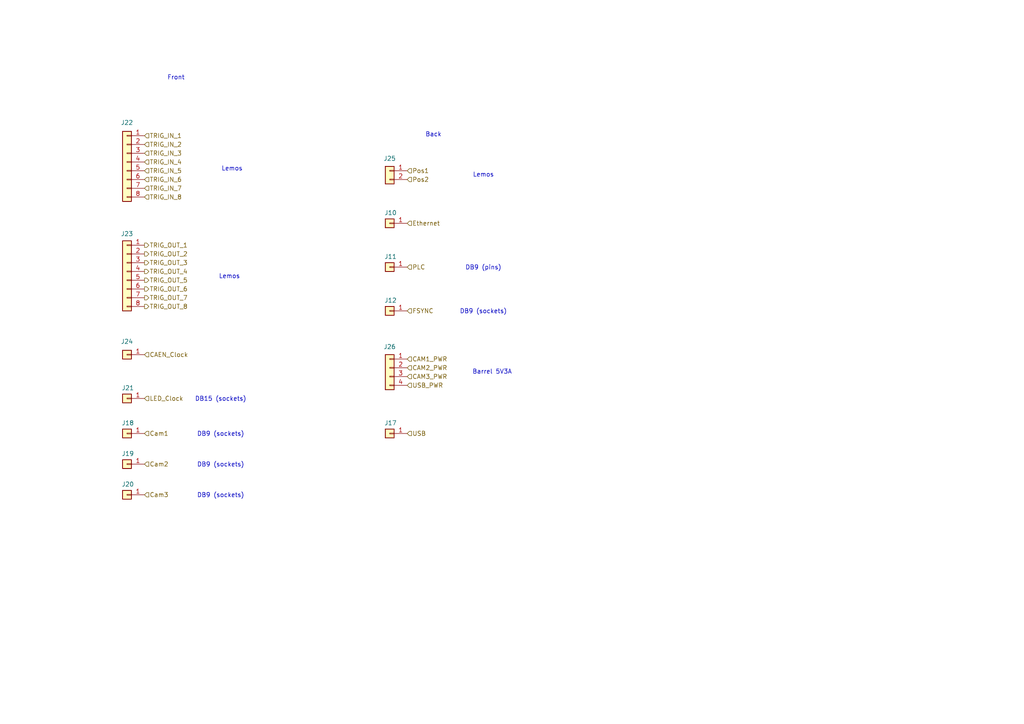
<source format=kicad_sch>
(kicad_sch
	(version 20231120)
	(generator "eeschema")
	(generator_version "8.0")
	(uuid "e1d4d470-3a7d-45c0-8ddf-10547d7b4a15")
	(paper "A4")
	(title_block
		(title "Instrumentation wiring drawing")
		(date "2024-06-21")
		(rev "v0")
		(company "SBC")
		(comment 1 "Zhiheng Sheng")
	)
	(lib_symbols
		(symbol "Connector_Generic:Conn_01x01"
			(pin_names
				(offset 1.016) hide)
			(exclude_from_sim no)
			(in_bom yes)
			(on_board yes)
			(property "Reference" "J"
				(at 0 2.54 0)
				(effects
					(font
						(size 1.27 1.27)
					)
				)
			)
			(property "Value" "Conn_01x01"
				(at 0 -2.54 0)
				(effects
					(font
						(size 1.27 1.27)
					)
				)
			)
			(property "Footprint" ""
				(at 0 0 0)
				(effects
					(font
						(size 1.27 1.27)
					)
					(hide yes)
				)
			)
			(property "Datasheet" "~"
				(at 0 0 0)
				(effects
					(font
						(size 1.27 1.27)
					)
					(hide yes)
				)
			)
			(property "Description" "Generic connector, single row, 01x01, script generated (kicad-library-utils/schlib/autogen/connector/)"
				(at 0 0 0)
				(effects
					(font
						(size 1.27 1.27)
					)
					(hide yes)
				)
			)
			(property "ki_keywords" "connector"
				(at 0 0 0)
				(effects
					(font
						(size 1.27 1.27)
					)
					(hide yes)
				)
			)
			(property "ki_fp_filters" "Connector*:*_1x??_*"
				(at 0 0 0)
				(effects
					(font
						(size 1.27 1.27)
					)
					(hide yes)
				)
			)
			(symbol "Conn_01x01_1_1"
				(rectangle
					(start -1.27 0.127)
					(end 0 -0.127)
					(stroke
						(width 0.1524)
						(type default)
					)
					(fill
						(type none)
					)
				)
				(rectangle
					(start -1.27 1.27)
					(end 1.27 -1.27)
					(stroke
						(width 0.254)
						(type default)
					)
					(fill
						(type background)
					)
				)
				(pin passive line
					(at -5.08 0 0)
					(length 3.81)
					(name "Pin_1"
						(effects
							(font
								(size 1.27 1.27)
							)
						)
					)
					(number "1"
						(effects
							(font
								(size 1.27 1.27)
							)
						)
					)
				)
			)
		)
		(symbol "Connector_Generic:Conn_01x02"
			(pin_names
				(offset 1.016) hide)
			(exclude_from_sim no)
			(in_bom yes)
			(on_board yes)
			(property "Reference" "J"
				(at 0 2.54 0)
				(effects
					(font
						(size 1.27 1.27)
					)
				)
			)
			(property "Value" "Conn_01x02"
				(at 0 -5.08 0)
				(effects
					(font
						(size 1.27 1.27)
					)
				)
			)
			(property "Footprint" ""
				(at 0 0 0)
				(effects
					(font
						(size 1.27 1.27)
					)
					(hide yes)
				)
			)
			(property "Datasheet" "~"
				(at 0 0 0)
				(effects
					(font
						(size 1.27 1.27)
					)
					(hide yes)
				)
			)
			(property "Description" "Generic connector, single row, 01x02, script generated (kicad-library-utils/schlib/autogen/connector/)"
				(at 0 0 0)
				(effects
					(font
						(size 1.27 1.27)
					)
					(hide yes)
				)
			)
			(property "ki_keywords" "connector"
				(at 0 0 0)
				(effects
					(font
						(size 1.27 1.27)
					)
					(hide yes)
				)
			)
			(property "ki_fp_filters" "Connector*:*_1x??_*"
				(at 0 0 0)
				(effects
					(font
						(size 1.27 1.27)
					)
					(hide yes)
				)
			)
			(symbol "Conn_01x02_1_1"
				(rectangle
					(start -1.27 -2.413)
					(end 0 -2.667)
					(stroke
						(width 0.1524)
						(type default)
					)
					(fill
						(type none)
					)
				)
				(rectangle
					(start -1.27 0.127)
					(end 0 -0.127)
					(stroke
						(width 0.1524)
						(type default)
					)
					(fill
						(type none)
					)
				)
				(rectangle
					(start -1.27 1.27)
					(end 1.27 -3.81)
					(stroke
						(width 0.254)
						(type default)
					)
					(fill
						(type background)
					)
				)
				(pin passive line
					(at -5.08 0 0)
					(length 3.81)
					(name "Pin_1"
						(effects
							(font
								(size 1.27 1.27)
							)
						)
					)
					(number "1"
						(effects
							(font
								(size 1.27 1.27)
							)
						)
					)
				)
				(pin passive line
					(at -5.08 -2.54 0)
					(length 3.81)
					(name "Pin_2"
						(effects
							(font
								(size 1.27 1.27)
							)
						)
					)
					(number "2"
						(effects
							(font
								(size 1.27 1.27)
							)
						)
					)
				)
			)
		)
		(symbol "Connector_Generic:Conn_01x04"
			(pin_names
				(offset 1.016) hide)
			(exclude_from_sim no)
			(in_bom yes)
			(on_board yes)
			(property "Reference" "J"
				(at 0 5.08 0)
				(effects
					(font
						(size 1.27 1.27)
					)
				)
			)
			(property "Value" "Conn_01x04"
				(at 0 -7.62 0)
				(effects
					(font
						(size 1.27 1.27)
					)
				)
			)
			(property "Footprint" ""
				(at 0 0 0)
				(effects
					(font
						(size 1.27 1.27)
					)
					(hide yes)
				)
			)
			(property "Datasheet" "~"
				(at 0 0 0)
				(effects
					(font
						(size 1.27 1.27)
					)
					(hide yes)
				)
			)
			(property "Description" "Generic connector, single row, 01x04, script generated (kicad-library-utils/schlib/autogen/connector/)"
				(at 0 0 0)
				(effects
					(font
						(size 1.27 1.27)
					)
					(hide yes)
				)
			)
			(property "ki_keywords" "connector"
				(at 0 0 0)
				(effects
					(font
						(size 1.27 1.27)
					)
					(hide yes)
				)
			)
			(property "ki_fp_filters" "Connector*:*_1x??_*"
				(at 0 0 0)
				(effects
					(font
						(size 1.27 1.27)
					)
					(hide yes)
				)
			)
			(symbol "Conn_01x04_1_1"
				(rectangle
					(start -1.27 -4.953)
					(end 0 -5.207)
					(stroke
						(width 0.1524)
						(type default)
					)
					(fill
						(type none)
					)
				)
				(rectangle
					(start -1.27 -2.413)
					(end 0 -2.667)
					(stroke
						(width 0.1524)
						(type default)
					)
					(fill
						(type none)
					)
				)
				(rectangle
					(start -1.27 0.127)
					(end 0 -0.127)
					(stroke
						(width 0.1524)
						(type default)
					)
					(fill
						(type none)
					)
				)
				(rectangle
					(start -1.27 2.667)
					(end 0 2.413)
					(stroke
						(width 0.1524)
						(type default)
					)
					(fill
						(type none)
					)
				)
				(rectangle
					(start -1.27 3.81)
					(end 1.27 -6.35)
					(stroke
						(width 0.254)
						(type default)
					)
					(fill
						(type background)
					)
				)
				(pin passive line
					(at -5.08 2.54 0)
					(length 3.81)
					(name "Pin_1"
						(effects
							(font
								(size 1.27 1.27)
							)
						)
					)
					(number "1"
						(effects
							(font
								(size 1.27 1.27)
							)
						)
					)
				)
				(pin passive line
					(at -5.08 0 0)
					(length 3.81)
					(name "Pin_2"
						(effects
							(font
								(size 1.27 1.27)
							)
						)
					)
					(number "2"
						(effects
							(font
								(size 1.27 1.27)
							)
						)
					)
				)
				(pin passive line
					(at -5.08 -2.54 0)
					(length 3.81)
					(name "Pin_3"
						(effects
							(font
								(size 1.27 1.27)
							)
						)
					)
					(number "3"
						(effects
							(font
								(size 1.27 1.27)
							)
						)
					)
				)
				(pin passive line
					(at -5.08 -5.08 0)
					(length 3.81)
					(name "Pin_4"
						(effects
							(font
								(size 1.27 1.27)
							)
						)
					)
					(number "4"
						(effects
							(font
								(size 1.27 1.27)
							)
						)
					)
				)
			)
		)
		(symbol "Connector_Generic:Conn_01x08"
			(pin_names
				(offset 1.016) hide)
			(exclude_from_sim no)
			(in_bom yes)
			(on_board yes)
			(property "Reference" "J"
				(at 0 10.16 0)
				(effects
					(font
						(size 1.27 1.27)
					)
				)
			)
			(property "Value" "Conn_01x08"
				(at 0 -12.7 0)
				(effects
					(font
						(size 1.27 1.27)
					)
				)
			)
			(property "Footprint" ""
				(at 0 0 0)
				(effects
					(font
						(size 1.27 1.27)
					)
					(hide yes)
				)
			)
			(property "Datasheet" "~"
				(at 0 0 0)
				(effects
					(font
						(size 1.27 1.27)
					)
					(hide yes)
				)
			)
			(property "Description" "Generic connector, single row, 01x08, script generated (kicad-library-utils/schlib/autogen/connector/)"
				(at 0 0 0)
				(effects
					(font
						(size 1.27 1.27)
					)
					(hide yes)
				)
			)
			(property "ki_keywords" "connector"
				(at 0 0 0)
				(effects
					(font
						(size 1.27 1.27)
					)
					(hide yes)
				)
			)
			(property "ki_fp_filters" "Connector*:*_1x??_*"
				(at 0 0 0)
				(effects
					(font
						(size 1.27 1.27)
					)
					(hide yes)
				)
			)
			(symbol "Conn_01x08_1_1"
				(rectangle
					(start -1.27 -10.033)
					(end 0 -10.287)
					(stroke
						(width 0.1524)
						(type default)
					)
					(fill
						(type none)
					)
				)
				(rectangle
					(start -1.27 -7.493)
					(end 0 -7.747)
					(stroke
						(width 0.1524)
						(type default)
					)
					(fill
						(type none)
					)
				)
				(rectangle
					(start -1.27 -4.953)
					(end 0 -5.207)
					(stroke
						(width 0.1524)
						(type default)
					)
					(fill
						(type none)
					)
				)
				(rectangle
					(start -1.27 -2.413)
					(end 0 -2.667)
					(stroke
						(width 0.1524)
						(type default)
					)
					(fill
						(type none)
					)
				)
				(rectangle
					(start -1.27 0.127)
					(end 0 -0.127)
					(stroke
						(width 0.1524)
						(type default)
					)
					(fill
						(type none)
					)
				)
				(rectangle
					(start -1.27 2.667)
					(end 0 2.413)
					(stroke
						(width 0.1524)
						(type default)
					)
					(fill
						(type none)
					)
				)
				(rectangle
					(start -1.27 5.207)
					(end 0 4.953)
					(stroke
						(width 0.1524)
						(type default)
					)
					(fill
						(type none)
					)
				)
				(rectangle
					(start -1.27 7.747)
					(end 0 7.493)
					(stroke
						(width 0.1524)
						(type default)
					)
					(fill
						(type none)
					)
				)
				(rectangle
					(start -1.27 8.89)
					(end 1.27 -11.43)
					(stroke
						(width 0.254)
						(type default)
					)
					(fill
						(type background)
					)
				)
				(pin passive line
					(at -5.08 7.62 0)
					(length 3.81)
					(name "Pin_1"
						(effects
							(font
								(size 1.27 1.27)
							)
						)
					)
					(number "1"
						(effects
							(font
								(size 1.27 1.27)
							)
						)
					)
				)
				(pin passive line
					(at -5.08 5.08 0)
					(length 3.81)
					(name "Pin_2"
						(effects
							(font
								(size 1.27 1.27)
							)
						)
					)
					(number "2"
						(effects
							(font
								(size 1.27 1.27)
							)
						)
					)
				)
				(pin passive line
					(at -5.08 2.54 0)
					(length 3.81)
					(name "Pin_3"
						(effects
							(font
								(size 1.27 1.27)
							)
						)
					)
					(number "3"
						(effects
							(font
								(size 1.27 1.27)
							)
						)
					)
				)
				(pin passive line
					(at -5.08 0 0)
					(length 3.81)
					(name "Pin_4"
						(effects
							(font
								(size 1.27 1.27)
							)
						)
					)
					(number "4"
						(effects
							(font
								(size 1.27 1.27)
							)
						)
					)
				)
				(pin passive line
					(at -5.08 -2.54 0)
					(length 3.81)
					(name "Pin_5"
						(effects
							(font
								(size 1.27 1.27)
							)
						)
					)
					(number "5"
						(effects
							(font
								(size 1.27 1.27)
							)
						)
					)
				)
				(pin passive line
					(at -5.08 -5.08 0)
					(length 3.81)
					(name "Pin_6"
						(effects
							(font
								(size 1.27 1.27)
							)
						)
					)
					(number "6"
						(effects
							(font
								(size 1.27 1.27)
							)
						)
					)
				)
				(pin passive line
					(at -5.08 -7.62 0)
					(length 3.81)
					(name "Pin_7"
						(effects
							(font
								(size 1.27 1.27)
							)
						)
					)
					(number "7"
						(effects
							(font
								(size 1.27 1.27)
							)
						)
					)
				)
				(pin passive line
					(at -5.08 -10.16 0)
					(length 3.81)
					(name "Pin_8"
						(effects
							(font
								(size 1.27 1.27)
							)
						)
					)
					(number "8"
						(effects
							(font
								(size 1.27 1.27)
							)
						)
					)
				)
			)
		)
	)
	(text "DB9 (sockets)"
		(exclude_from_sim no)
		(at 64.008 125.984 0)
		(effects
			(font
				(size 1.27 1.27)
			)
		)
		(uuid "0261b3c9-a818-4863-bdb9-dd12c795353f")
	)
	(text "DB9 (sockets)"
		(exclude_from_sim no)
		(at 64.008 134.874 0)
		(effects
			(font
				(size 1.27 1.27)
			)
		)
		(uuid "1960953c-173b-44ab-ab02-604dfe851245")
	)
	(text "DB9 (sockets)"
		(exclude_from_sim no)
		(at 140.208 90.424 0)
		(effects
			(font
				(size 1.27 1.27)
			)
		)
		(uuid "649c3f02-cee9-417f-b5a5-c8dfdd758402")
	)
	(text "DB15 (sockets)"
		(exclude_from_sim no)
		(at 64.008 115.824 0)
		(effects
			(font
				(size 1.27 1.27)
			)
		)
		(uuid "826ef25a-4a70-413b-ad84-0a2af35bb056")
	)
	(text "Lemos"
		(exclude_from_sim no)
		(at 67.31 49.022 0)
		(effects
			(font
				(size 1.27 1.27)
			)
		)
		(uuid "95257439-2864-4ad9-a7b8-5f663b8a593b")
	)
	(text "Front"
		(exclude_from_sim no)
		(at 51.054 22.606 0)
		(effects
			(font
				(size 1.27 1.27)
			)
		)
		(uuid "a02df1b8-b1b6-4b0a-9eac-6c6167bb17b7")
	)
	(text "Lemos"
		(exclude_from_sim no)
		(at 140.208 50.8 0)
		(effects
			(font
				(size 1.27 1.27)
			)
		)
		(uuid "a93b7e3b-0a3d-4f53-8eff-a623c5436457")
	)
	(text "Barrel 5V3A"
		(exclude_from_sim no)
		(at 142.748 107.95 0)
		(effects
			(font
				(size 1.27 1.27)
			)
		)
		(uuid "d220df9a-95a8-47ed-a91b-20f3f9e7211f")
	)
	(text "Back"
		(exclude_from_sim no)
		(at 125.73 39.116 0)
		(effects
			(font
				(size 1.27 1.27)
			)
		)
		(uuid "da65b459-009f-4dc6-8534-a751f745f651")
	)
	(text "Lemos"
		(exclude_from_sim no)
		(at 66.548 80.264 0)
		(effects
			(font
				(size 1.27 1.27)
			)
		)
		(uuid "e44622d1-5e97-4f5b-830c-c211cd8f8d4c")
	)
	(text "DB9 (pins)"
		(exclude_from_sim no)
		(at 140.208 77.724 0)
		(effects
			(font
				(size 1.27 1.27)
			)
		)
		(uuid "f30b7187-9a86-4c0f-b09e-c7260745c2a7")
	)
	(text "DB9 (sockets)"
		(exclude_from_sim no)
		(at 64.008 143.764 0)
		(effects
			(font
				(size 1.27 1.27)
			)
		)
		(uuid "fe554f41-d576-46d1-a451-2ada55ce1d81")
	)
	(hierarchical_label "FSYNC"
		(shape input)
		(at 118.11 90.17 0)
		(fields_autoplaced yes)
		(effects
			(font
				(size 1.27 1.27)
			)
			(justify left)
		)
		(uuid "049cad8d-d782-42da-95e2-b4c7ca5fba65")
	)
	(hierarchical_label "PLC"
		(shape input)
		(at 118.11 77.47 0)
		(fields_autoplaced yes)
		(effects
			(font
				(size 1.27 1.27)
			)
			(justify left)
		)
		(uuid "0748b8c5-746f-489c-8e70-1ccb44d4726d")
	)
	(hierarchical_label "TRIG_IN_7"
		(shape input)
		(at 41.91 54.61 0)
		(fields_autoplaced yes)
		(effects
			(font
				(size 1.27 1.27)
			)
			(justify left)
		)
		(uuid "1a35c9b5-8981-4ff5-8ba0-3f15b6f57f2f")
	)
	(hierarchical_label "Cam2"
		(shape input)
		(at 41.91 134.62 0)
		(fields_autoplaced yes)
		(effects
			(font
				(size 1.27 1.27)
			)
			(justify left)
		)
		(uuid "23f04aef-51a9-42eb-9d32-c6cd774063b4")
	)
	(hierarchical_label "TRIG_OUT_6"
		(shape output)
		(at 41.91 83.82 0)
		(fields_autoplaced yes)
		(effects
			(font
				(size 1.27 1.27)
			)
			(justify left)
		)
		(uuid "26743014-b8a4-4b82-bc3b-80534157f462")
	)
	(hierarchical_label "CAM1_PWR"
		(shape input)
		(at 118.11 104.14 0)
		(fields_autoplaced yes)
		(effects
			(font
				(size 1.27 1.27)
			)
			(justify left)
		)
		(uuid "27372a70-61b4-4a23-bc49-c60a767ce54c")
	)
	(hierarchical_label "USB_PWR"
		(shape input)
		(at 118.11 111.76 0)
		(fields_autoplaced yes)
		(effects
			(font
				(size 1.27 1.27)
			)
			(justify left)
		)
		(uuid "2c79b3df-5e0f-4d3e-abf8-e3c733ee3d04")
	)
	(hierarchical_label "LED_Clock"
		(shape input)
		(at 41.91 115.57 0)
		(fields_autoplaced yes)
		(effects
			(font
				(size 1.27 1.27)
			)
			(justify left)
		)
		(uuid "3701697f-54db-432a-9c59-ce4a5ed5dbd2")
	)
	(hierarchical_label "TRIG_IN_4"
		(shape input)
		(at 41.91 46.99 0)
		(fields_autoplaced yes)
		(effects
			(font
				(size 1.27 1.27)
			)
			(justify left)
		)
		(uuid "3f0742d5-7f7e-4aed-b7ce-5c8295398968")
	)
	(hierarchical_label "Cam1"
		(shape input)
		(at 41.91 125.73 0)
		(fields_autoplaced yes)
		(effects
			(font
				(size 1.27 1.27)
			)
			(justify left)
		)
		(uuid "44986938-6b93-4334-b27d-19d73c38595d")
	)
	(hierarchical_label "TRIG_OUT_1"
		(shape output)
		(at 41.91 71.12 0)
		(fields_autoplaced yes)
		(effects
			(font
				(size 1.27 1.27)
			)
			(justify left)
		)
		(uuid "4c559912-a44d-42ca-a890-71ca7891e20a")
	)
	(hierarchical_label "TRIG_IN_6"
		(shape input)
		(at 41.91 52.07 0)
		(fields_autoplaced yes)
		(effects
			(font
				(size 1.27 1.27)
			)
			(justify left)
		)
		(uuid "5d8794cc-1775-41e6-b07b-0cca87dc3522")
	)
	(hierarchical_label "USB"
		(shape input)
		(at 118.11 125.73 0)
		(fields_autoplaced yes)
		(effects
			(font
				(size 1.27 1.27)
			)
			(justify left)
		)
		(uuid "5da2cc17-b6d1-41da-9bac-c73cb513bed0")
	)
	(hierarchical_label "CAM2_PWR"
		(shape input)
		(at 118.11 106.68 0)
		(fields_autoplaced yes)
		(effects
			(font
				(size 1.27 1.27)
			)
			(justify left)
		)
		(uuid "6411b7f4-229f-40b7-a5e6-382ad640ef52")
	)
	(hierarchical_label "TRIG_OUT_2"
		(shape output)
		(at 41.91 73.66 0)
		(fields_autoplaced yes)
		(effects
			(font
				(size 1.27 1.27)
			)
			(justify left)
		)
		(uuid "73293a88-594a-4327-a5b3-96da1f54d1f0")
	)
	(hierarchical_label "Pos2"
		(shape input)
		(at 118.11 52.07 0)
		(fields_autoplaced yes)
		(effects
			(font
				(size 1.27 1.27)
			)
			(justify left)
		)
		(uuid "8233ff47-79d7-49ea-b547-577a97cf528c")
	)
	(hierarchical_label "TRIG_IN_2"
		(shape input)
		(at 41.91 41.91 0)
		(fields_autoplaced yes)
		(effects
			(font
				(size 1.27 1.27)
			)
			(justify left)
		)
		(uuid "880981c2-108c-48d9-bd4f-bebb348fdf02")
	)
	(hierarchical_label "TRIG_IN_1"
		(shape input)
		(at 41.91 39.37 0)
		(fields_autoplaced yes)
		(effects
			(font
				(size 1.27 1.27)
			)
			(justify left)
		)
		(uuid "8f547655-e468-4cf3-b20c-53afde58bf0c")
	)
	(hierarchical_label "TRIG_IN_5"
		(shape input)
		(at 41.91 49.53 0)
		(fields_autoplaced yes)
		(effects
			(font
				(size 1.27 1.27)
			)
			(justify left)
		)
		(uuid "9f155f7c-4e29-457d-aabe-4800c577d4db")
	)
	(hierarchical_label "TRIG_OUT_8"
		(shape output)
		(at 41.91 88.9 0)
		(fields_autoplaced yes)
		(effects
			(font
				(size 1.27 1.27)
			)
			(justify left)
		)
		(uuid "aee0b579-650f-4171-9ae3-480bf820ebac")
	)
	(hierarchical_label "Pos1"
		(shape input)
		(at 118.11 49.53 0)
		(fields_autoplaced yes)
		(effects
			(font
				(size 1.27 1.27)
			)
			(justify left)
		)
		(uuid "b3c943cc-40b0-4043-ac97-6ffcb8efe34e")
	)
	(hierarchical_label "Cam3"
		(shape input)
		(at 41.91 143.51 0)
		(fields_autoplaced yes)
		(effects
			(font
				(size 1.27 1.27)
			)
			(justify left)
		)
		(uuid "b4b3c882-8e96-42bb-842e-163d77f85211")
	)
	(hierarchical_label "TRIG_IN_8"
		(shape input)
		(at 41.91 57.15 0)
		(fields_autoplaced yes)
		(effects
			(font
				(size 1.27 1.27)
			)
			(justify left)
		)
		(uuid "bafe94e2-e227-4a07-afc6-42f99dda6b34")
	)
	(hierarchical_label "CAM3_PWR"
		(shape input)
		(at 118.11 109.22 0)
		(fields_autoplaced yes)
		(effects
			(font
				(size 1.27 1.27)
			)
			(justify left)
		)
		(uuid "bbbea369-9c62-48ca-8cb6-d66b3bcf4e0d")
	)
	(hierarchical_label "Ethernet"
		(shape input)
		(at 118.11 64.77 0)
		(fields_autoplaced yes)
		(effects
			(font
				(size 1.27 1.27)
			)
			(justify left)
		)
		(uuid "bf015196-da37-46c0-ba85-01f261fd5184")
	)
	(hierarchical_label "TRIG_IN_3"
		(shape input)
		(at 41.91 44.45 0)
		(fields_autoplaced yes)
		(effects
			(font
				(size 1.27 1.27)
			)
			(justify left)
		)
		(uuid "d40f8551-5c65-4035-a188-523fa9035c4c")
	)
	(hierarchical_label "CAEN_Clock"
		(shape input)
		(at 41.91 102.87 0)
		(fields_autoplaced yes)
		(effects
			(font
				(size 1.27 1.27)
			)
			(justify left)
		)
		(uuid "d78bed2a-ef93-460b-acb4-7d2351d0b7a8")
	)
	(hierarchical_label "TRIG_OUT_5"
		(shape output)
		(at 41.91 81.28 0)
		(fields_autoplaced yes)
		(effects
			(font
				(size 1.27 1.27)
			)
			(justify left)
		)
		(uuid "d8398796-7636-4199-af70-a8c3776f1dd2")
	)
	(hierarchical_label "TRIG_OUT_3"
		(shape output)
		(at 41.91 76.2 0)
		(fields_autoplaced yes)
		(effects
			(font
				(size 1.27 1.27)
			)
			(justify left)
		)
		(uuid "e1b01660-3da8-4eb6-8569-9591af4b840e")
	)
	(hierarchical_label "TRIG_OUT_4"
		(shape output)
		(at 41.91 78.74 0)
		(fields_autoplaced yes)
		(effects
			(font
				(size 1.27 1.27)
			)
			(justify left)
		)
		(uuid "e1f149ab-d164-4979-a0f2-2ec9c11acab6")
	)
	(hierarchical_label "TRIG_OUT_7"
		(shape output)
		(at 41.91 86.36 0)
		(fields_autoplaced yes)
		(effects
			(font
				(size 1.27 1.27)
			)
			(justify left)
		)
		(uuid "f102f447-ec36-4fda-b4eb-bcfd1ddf395b")
	)
	(symbol
		(lib_id "Connector_Generic:Conn_01x01")
		(at 36.83 125.73 180)
		(unit 1)
		(exclude_from_sim no)
		(in_bom yes)
		(on_board yes)
		(dnp no)
		(uuid "22908b9d-9383-466d-aa76-a6e23536673b")
		(property "Reference" "J18"
			(at 37.084 122.682 0)
			(effects
				(font
					(size 1.27 1.27)
				)
			)
		)
		(property "Value" "Conn_01x01"
			(at 36.83 121.92 0)
			(effects
				(font
					(size 1.27 1.27)
				)
				(hide yes)
			)
		)
		(property "Footprint" ""
			(at 36.83 125.73 0)
			(effects
				(font
					(size 1.27 1.27)
				)
				(hide yes)
			)
		)
		(property "Datasheet" "~"
			(at 36.83 125.73 0)
			(effects
				(font
					(size 1.27 1.27)
				)
				(hide yes)
			)
		)
		(property "Description" "Generic connector, single row, 01x01, script generated (kicad-library-utils/schlib/autogen/connector/)"
			(at 36.83 125.73 0)
			(effects
				(font
					(size 1.27 1.27)
				)
				(hide yes)
			)
		)
		(pin "1"
			(uuid "8e38aa8e-3ffe-4512-af36-d2368eadaa95")
		)
		(instances
			(project "instrumentation_wiring"
				(path "/33b0be37-4aa5-415a-8914-5441d29c7862/c566a0c3-cc88-48aa-b0d2-116ff2ef3d37"
					(reference "J18")
					(unit 1)
				)
			)
		)
	)
	(symbol
		(lib_id "Connector_Generic:Conn_01x01")
		(at 36.83 143.51 180)
		(unit 1)
		(exclude_from_sim no)
		(in_bom yes)
		(on_board yes)
		(dnp no)
		(uuid "23b33e8a-1af4-4dcd-b997-db4e668dbf37")
		(property "Reference" "J20"
			(at 37.084 140.462 0)
			(effects
				(font
					(size 1.27 1.27)
				)
			)
		)
		(property "Value" "Conn_01x01"
			(at 36.83 139.7 0)
			(effects
				(font
					(size 1.27 1.27)
				)
				(hide yes)
			)
		)
		(property "Footprint" ""
			(at 36.83 143.51 0)
			(effects
				(font
					(size 1.27 1.27)
				)
				(hide yes)
			)
		)
		(property "Datasheet" "~"
			(at 36.83 143.51 0)
			(effects
				(font
					(size 1.27 1.27)
				)
				(hide yes)
			)
		)
		(property "Description" "Generic connector, single row, 01x01, script generated (kicad-library-utils/schlib/autogen/connector/)"
			(at 36.83 143.51 0)
			(effects
				(font
					(size 1.27 1.27)
				)
				(hide yes)
			)
		)
		(pin "1"
			(uuid "3aaf5a9d-1fa5-4bcd-a526-a2f892daa069")
		)
		(instances
			(project "instrumentation_wiring"
				(path "/33b0be37-4aa5-415a-8914-5441d29c7862/c566a0c3-cc88-48aa-b0d2-116ff2ef3d37"
					(reference "J20")
					(unit 1)
				)
			)
		)
	)
	(symbol
		(lib_id "Connector_Generic:Conn_01x01")
		(at 36.83 134.62 180)
		(unit 1)
		(exclude_from_sim no)
		(in_bom yes)
		(on_board yes)
		(dnp no)
		(uuid "26c589f8-6673-41a9-8677-5e51cdcd3bb1")
		(property "Reference" "J19"
			(at 37.084 131.572 0)
			(effects
				(font
					(size 1.27 1.27)
				)
			)
		)
		(property "Value" "Conn_01x01"
			(at 36.83 130.81 0)
			(effects
				(font
					(size 1.27 1.27)
				)
				(hide yes)
			)
		)
		(property "Footprint" ""
			(at 36.83 134.62 0)
			(effects
				(font
					(size 1.27 1.27)
				)
				(hide yes)
			)
		)
		(property "Datasheet" "~"
			(at 36.83 134.62 0)
			(effects
				(font
					(size 1.27 1.27)
				)
				(hide yes)
			)
		)
		(property "Description" "Generic connector, single row, 01x01, script generated (kicad-library-utils/schlib/autogen/connector/)"
			(at 36.83 134.62 0)
			(effects
				(font
					(size 1.27 1.27)
				)
				(hide yes)
			)
		)
		(pin "1"
			(uuid "2ce0c881-98ce-40dd-b8ec-403a6d587a87")
		)
		(instances
			(project "instrumentation_wiring"
				(path "/33b0be37-4aa5-415a-8914-5441d29c7862/c566a0c3-cc88-48aa-b0d2-116ff2ef3d37"
					(reference "J19")
					(unit 1)
				)
			)
		)
	)
	(symbol
		(lib_id "Connector_Generic:Conn_01x01")
		(at 36.83 102.87 180)
		(unit 1)
		(exclude_from_sim no)
		(in_bom yes)
		(on_board yes)
		(dnp no)
		(uuid "4c4c658c-2261-435b-b88c-03cd79874d0b")
		(property "Reference" "J24"
			(at 36.83 99.06 0)
			(effects
				(font
					(size 1.27 1.27)
				)
			)
		)
		(property "Value" "Conn_01x01"
			(at 36.83 99.06 0)
			(effects
				(font
					(size 1.27 1.27)
				)
				(hide yes)
			)
		)
		(property "Footprint" ""
			(at 36.83 102.87 0)
			(effects
				(font
					(size 1.27 1.27)
				)
				(hide yes)
			)
		)
		(property "Datasheet" "~"
			(at 36.83 102.87 0)
			(effects
				(font
					(size 1.27 1.27)
				)
				(hide yes)
			)
		)
		(property "Description" "Generic connector, single row, 01x01, script generated (kicad-library-utils/schlib/autogen/connector/)"
			(at 36.83 102.87 0)
			(effects
				(font
					(size 1.27 1.27)
				)
				(hide yes)
			)
		)
		(pin "1"
			(uuid "864f444a-f464-41c5-880c-337e40553a87")
		)
		(instances
			(project ""
				(path "/33b0be37-4aa5-415a-8914-5441d29c7862/c566a0c3-cc88-48aa-b0d2-116ff2ef3d37"
					(reference "J24")
					(unit 1)
				)
			)
		)
	)
	(symbol
		(lib_id "Connector_Generic:Conn_01x08")
		(at 36.83 78.74 0)
		(mirror y)
		(unit 1)
		(exclude_from_sim no)
		(in_bom yes)
		(on_board yes)
		(dnp no)
		(uuid "71d27db7-56ca-40de-a6b7-d4aeb3294100")
		(property "Reference" "J23"
			(at 36.83 67.818 0)
			(effects
				(font
					(size 1.27 1.27)
				)
			)
		)
		(property "Value" "Conn_01x08"
			(at 36.83 67.31 0)
			(effects
				(font
					(size 1.27 1.27)
				)
				(hide yes)
			)
		)
		(property "Footprint" ""
			(at 36.83 78.74 0)
			(effects
				(font
					(size 1.27 1.27)
				)
				(hide yes)
			)
		)
		(property "Datasheet" "~"
			(at 36.83 78.74 0)
			(effects
				(font
					(size 1.27 1.27)
				)
				(hide yes)
			)
		)
		(property "Description" "Generic connector, single row, 01x08, script generated (kicad-library-utils/schlib/autogen/connector/)"
			(at 36.83 78.74 0)
			(effects
				(font
					(size 1.27 1.27)
				)
				(hide yes)
			)
		)
		(pin "8"
			(uuid "f77595c7-ef9f-4048-b050-1ed7f651801c")
		)
		(pin "4"
			(uuid "6bb75f20-80c2-444f-aeaf-99f8bb59ad06")
		)
		(pin "7"
			(uuid "bfd2a8fd-0769-416a-81f1-592c34782091")
		)
		(pin "2"
			(uuid "98e8dce6-e5c7-4170-8948-bb00dc874256")
		)
		(pin "3"
			(uuid "4103bad3-1cf4-47a0-ad92-0b21c871afa0")
		)
		(pin "1"
			(uuid "3ff3bab0-909b-4292-b859-f835d77f8780")
		)
		(pin "5"
			(uuid "d29a104d-760b-47c8-b4de-e855c7f1ef95")
		)
		(pin "6"
			(uuid "5c6de643-0c62-4417-b1a0-92cdf9b03c5d")
		)
		(instances
			(project "instrumentation_wiring"
				(path "/33b0be37-4aa5-415a-8914-5441d29c7862/c566a0c3-cc88-48aa-b0d2-116ff2ef3d37"
					(reference "J23")
					(unit 1)
				)
			)
		)
	)
	(symbol
		(lib_id "Connector_Generic:Conn_01x08")
		(at 36.83 46.99 0)
		(mirror y)
		(unit 1)
		(exclude_from_sim no)
		(in_bom yes)
		(on_board yes)
		(dnp no)
		(uuid "83715ed1-c71a-4abb-927a-275743d00221")
		(property "Reference" "J22"
			(at 36.83 35.56 0)
			(effects
				(font
					(size 1.27 1.27)
				)
			)
		)
		(property "Value" "Conn_01x08"
			(at 36.83 35.56 0)
			(effects
				(font
					(size 1.27 1.27)
				)
				(hide yes)
			)
		)
		(property "Footprint" ""
			(at 36.83 46.99 0)
			(effects
				(font
					(size 1.27 1.27)
				)
				(hide yes)
			)
		)
		(property "Datasheet" "~"
			(at 36.83 46.99 0)
			(effects
				(font
					(size 1.27 1.27)
				)
				(hide yes)
			)
		)
		(property "Description" "Generic connector, single row, 01x08, script generated (kicad-library-utils/schlib/autogen/connector/)"
			(at 36.83 46.99 0)
			(effects
				(font
					(size 1.27 1.27)
				)
				(hide yes)
			)
		)
		(pin "8"
			(uuid "7697e982-0d99-4c32-a671-cd2f2b0b0dc7")
		)
		(pin "4"
			(uuid "809a2ab4-4a51-444b-9e7f-fdbce1e1f022")
		)
		(pin "7"
			(uuid "219fc15c-1ab4-41f5-95a0-b87bcd1a63b6")
		)
		(pin "2"
			(uuid "1bdab7ac-8499-404c-8e5a-7bf688709d54")
		)
		(pin "3"
			(uuid "6c50722d-ed66-40c9-b872-588301a942d0")
		)
		(pin "1"
			(uuid "27fa5d39-3c92-47b1-b2ba-6a22712a8277")
		)
		(pin "5"
			(uuid "0e5bad97-b99f-41ec-b7d2-f77ed9cb77b2")
		)
		(pin "6"
			(uuid "878d9a9c-8594-4751-9061-c237e990db25")
		)
		(instances
			(project ""
				(path "/33b0be37-4aa5-415a-8914-5441d29c7862/c566a0c3-cc88-48aa-b0d2-116ff2ef3d37"
					(reference "J22")
					(unit 1)
				)
			)
		)
	)
	(symbol
		(lib_id "Connector_Generic:Conn_01x01")
		(at 113.03 90.17 180)
		(unit 1)
		(exclude_from_sim no)
		(in_bom yes)
		(on_board yes)
		(dnp no)
		(uuid "aecafe22-8dc8-4ffa-b63b-351471564118")
		(property "Reference" "J12"
			(at 113.284 87.122 0)
			(effects
				(font
					(size 1.27 1.27)
				)
			)
		)
		(property "Value" "Conn_01x01"
			(at 113.03 86.36 0)
			(effects
				(font
					(size 1.27 1.27)
				)
				(hide yes)
			)
		)
		(property "Footprint" ""
			(at 113.03 90.17 0)
			(effects
				(font
					(size 1.27 1.27)
				)
				(hide yes)
			)
		)
		(property "Datasheet" "~"
			(at 113.03 90.17 0)
			(effects
				(font
					(size 1.27 1.27)
				)
				(hide yes)
			)
		)
		(property "Description" "Generic connector, single row, 01x01, script generated (kicad-library-utils/schlib/autogen/connector/)"
			(at 113.03 90.17 0)
			(effects
				(font
					(size 1.27 1.27)
				)
				(hide yes)
			)
		)
		(pin "1"
			(uuid "80083734-5e46-4543-8662-406e89baca2b")
		)
		(instances
			(project "instrumentation_wiring"
				(path "/33b0be37-4aa5-415a-8914-5441d29c7862/c566a0c3-cc88-48aa-b0d2-116ff2ef3d37"
					(reference "J12")
					(unit 1)
				)
			)
		)
	)
	(symbol
		(lib_id "Connector_Generic:Conn_01x02")
		(at 113.03 49.53 0)
		(mirror y)
		(unit 1)
		(exclude_from_sim no)
		(in_bom yes)
		(on_board yes)
		(dnp no)
		(uuid "b40b31e5-2725-487c-9531-cce01afa680f")
		(property "Reference" "J25"
			(at 113.03 45.974 0)
			(effects
				(font
					(size 1.27 1.27)
				)
			)
		)
		(property "Value" "Conn_01x02"
			(at 113.03 45.72 0)
			(effects
				(font
					(size 1.27 1.27)
				)
				(hide yes)
			)
		)
		(property "Footprint" ""
			(at 113.03 49.53 0)
			(effects
				(font
					(size 1.27 1.27)
				)
				(hide yes)
			)
		)
		(property "Datasheet" "~"
			(at 113.03 49.53 0)
			(effects
				(font
					(size 1.27 1.27)
				)
				(hide yes)
			)
		)
		(property "Description" "Generic connector, single row, 01x02, script generated (kicad-library-utils/schlib/autogen/connector/)"
			(at 113.03 49.53 0)
			(effects
				(font
					(size 1.27 1.27)
				)
				(hide yes)
			)
		)
		(pin "2"
			(uuid "5bcfba9e-42f5-4dfb-bc3e-a4f6e70b2d31")
		)
		(pin "1"
			(uuid "a6e5d149-df92-4547-9911-79c04eb9214a")
		)
		(instances
			(project ""
				(path "/33b0be37-4aa5-415a-8914-5441d29c7862/c566a0c3-cc88-48aa-b0d2-116ff2ef3d37"
					(reference "J25")
					(unit 1)
				)
			)
		)
	)
	(symbol
		(lib_id "Connector_Generic:Conn_01x01")
		(at 36.83 115.57 180)
		(unit 1)
		(exclude_from_sim no)
		(in_bom yes)
		(on_board yes)
		(dnp no)
		(uuid "c93bdc60-6a2c-427a-9795-3f7d69f0ae60")
		(property "Reference" "J21"
			(at 37.084 112.522 0)
			(effects
				(font
					(size 1.27 1.27)
				)
			)
		)
		(property "Value" "Conn_01x01"
			(at 36.83 111.76 0)
			(effects
				(font
					(size 1.27 1.27)
				)
				(hide yes)
			)
		)
		(property "Footprint" ""
			(at 36.83 115.57 0)
			(effects
				(font
					(size 1.27 1.27)
				)
				(hide yes)
			)
		)
		(property "Datasheet" "~"
			(at 36.83 115.57 0)
			(effects
				(font
					(size 1.27 1.27)
				)
				(hide yes)
			)
		)
		(property "Description" "Generic connector, single row, 01x01, script generated (kicad-library-utils/schlib/autogen/connector/)"
			(at 36.83 115.57 0)
			(effects
				(font
					(size 1.27 1.27)
				)
				(hide yes)
			)
		)
		(pin "1"
			(uuid "c8850b77-c9af-4c33-92e4-ecf469327b46")
		)
		(instances
			(project "instrumentation_wiring"
				(path "/33b0be37-4aa5-415a-8914-5441d29c7862/c566a0c3-cc88-48aa-b0d2-116ff2ef3d37"
					(reference "J21")
					(unit 1)
				)
			)
		)
	)
	(symbol
		(lib_id "Connector_Generic:Conn_01x01")
		(at 113.03 77.47 180)
		(unit 1)
		(exclude_from_sim no)
		(in_bom yes)
		(on_board yes)
		(dnp no)
		(uuid "d00e70b0-9b46-4c00-8ff5-19b339363875")
		(property "Reference" "J11"
			(at 113.284 74.422 0)
			(effects
				(font
					(size 1.27 1.27)
				)
			)
		)
		(property "Value" "Conn_01x01"
			(at 113.03 73.66 0)
			(effects
				(font
					(size 1.27 1.27)
				)
				(hide yes)
			)
		)
		(property "Footprint" ""
			(at 113.03 77.47 0)
			(effects
				(font
					(size 1.27 1.27)
				)
				(hide yes)
			)
		)
		(property "Datasheet" "~"
			(at 113.03 77.47 0)
			(effects
				(font
					(size 1.27 1.27)
				)
				(hide yes)
			)
		)
		(property "Description" "Generic connector, single row, 01x01, script generated (kicad-library-utils/schlib/autogen/connector/)"
			(at 113.03 77.47 0)
			(effects
				(font
					(size 1.27 1.27)
				)
				(hide yes)
			)
		)
		(pin "1"
			(uuid "d39f7862-2b54-4403-88e8-7666a8958d94")
		)
		(instances
			(project "instrumentation_wiring"
				(path "/33b0be37-4aa5-415a-8914-5441d29c7862/c566a0c3-cc88-48aa-b0d2-116ff2ef3d37"
					(reference "J11")
					(unit 1)
				)
			)
		)
	)
	(symbol
		(lib_id "Connector_Generic:Conn_01x01")
		(at 113.03 125.73 180)
		(unit 1)
		(exclude_from_sim no)
		(in_bom yes)
		(on_board yes)
		(dnp no)
		(uuid "d9ef3f74-ab87-4d33-aec5-7de85eef3a31")
		(property "Reference" "J17"
			(at 113.284 122.682 0)
			(effects
				(font
					(size 1.27 1.27)
				)
			)
		)
		(property "Value" "Conn_01x01"
			(at 113.03 121.92 0)
			(effects
				(font
					(size 1.27 1.27)
				)
				(hide yes)
			)
		)
		(property "Footprint" ""
			(at 113.03 125.73 0)
			(effects
				(font
					(size 1.27 1.27)
				)
				(hide yes)
			)
		)
		(property "Datasheet" "~"
			(at 113.03 125.73 0)
			(effects
				(font
					(size 1.27 1.27)
				)
				(hide yes)
			)
		)
		(property "Description" "Generic connector, single row, 01x01, script generated (kicad-library-utils/schlib/autogen/connector/)"
			(at 113.03 125.73 0)
			(effects
				(font
					(size 1.27 1.27)
				)
				(hide yes)
			)
		)
		(pin "1"
			(uuid "47f2319b-f7a0-49f5-8c4b-6769c9f51606")
		)
		(instances
			(project "instrumentation_wiring"
				(path "/33b0be37-4aa5-415a-8914-5441d29c7862/c566a0c3-cc88-48aa-b0d2-116ff2ef3d37"
					(reference "J17")
					(unit 1)
				)
			)
		)
	)
	(symbol
		(lib_id "Connector_Generic:Conn_01x04")
		(at 113.03 106.68 0)
		(mirror y)
		(unit 1)
		(exclude_from_sim no)
		(in_bom yes)
		(on_board yes)
		(dnp no)
		(uuid "dcd2d1aa-5fb0-4057-afbe-2d7b76a7a903")
		(property "Reference" "J26"
			(at 113.03 100.584 0)
			(effects
				(font
					(size 1.27 1.27)
				)
			)
		)
		(property "Value" "Conn_01x04"
			(at 113.03 100.33 0)
			(effects
				(font
					(size 1.27 1.27)
				)
				(hide yes)
			)
		)
		(property "Footprint" ""
			(at 113.03 106.68 0)
			(effects
				(font
					(size 1.27 1.27)
				)
				(hide yes)
			)
		)
		(property "Datasheet" "~"
			(at 113.03 106.68 0)
			(effects
				(font
					(size 1.27 1.27)
				)
				(hide yes)
			)
		)
		(property "Description" "Generic connector, single row, 01x04, script generated (kicad-library-utils/schlib/autogen/connector/)"
			(at 113.03 106.68 0)
			(effects
				(font
					(size 1.27 1.27)
				)
				(hide yes)
			)
		)
		(pin "4"
			(uuid "0a1ccf28-fa3e-468b-90b2-f8bef6a3e335")
		)
		(pin "1"
			(uuid "0e58e10f-3a52-4858-8cbb-034e5d272262")
		)
		(pin "2"
			(uuid "a30fd773-725b-4768-a6ce-44a947212565")
		)
		(pin "3"
			(uuid "be74d49d-6edd-4cb5-961d-81799968c3f0")
		)
		(instances
			(project ""
				(path "/33b0be37-4aa5-415a-8914-5441d29c7862/c566a0c3-cc88-48aa-b0d2-116ff2ef3d37"
					(reference "J26")
					(unit 1)
				)
			)
		)
	)
	(symbol
		(lib_id "Connector_Generic:Conn_01x01")
		(at 113.03 64.77 180)
		(unit 1)
		(exclude_from_sim no)
		(in_bom yes)
		(on_board yes)
		(dnp no)
		(uuid "fbea7953-f615-47ac-8178-90c33961a6ad")
		(property "Reference" "J10"
			(at 113.284 61.722 0)
			(effects
				(font
					(size 1.27 1.27)
				)
			)
		)
		(property "Value" "Conn_01x01"
			(at 113.03 60.96 0)
			(effects
				(font
					(size 1.27 1.27)
				)
				(hide yes)
			)
		)
		(property "Footprint" ""
			(at 113.03 64.77 0)
			(effects
				(font
					(size 1.27 1.27)
				)
				(hide yes)
			)
		)
		(property "Datasheet" "~"
			(at 113.03 64.77 0)
			(effects
				(font
					(size 1.27 1.27)
				)
				(hide yes)
			)
		)
		(property "Description" "Generic connector, single row, 01x01, script generated (kicad-library-utils/schlib/autogen/connector/)"
			(at 113.03 64.77 0)
			(effects
				(font
					(size 1.27 1.27)
				)
				(hide yes)
			)
		)
		(pin "1"
			(uuid "17058a9e-5580-4d98-b693-b30f48751200")
		)
		(instances
			(project "instrumentation_wiring"
				(path "/33b0be37-4aa5-415a-8914-5441d29c7862/c566a0c3-cc88-48aa-b0d2-116ff2ef3d37"
					(reference "J10")
					(unit 1)
				)
			)
		)
	)
)

</source>
